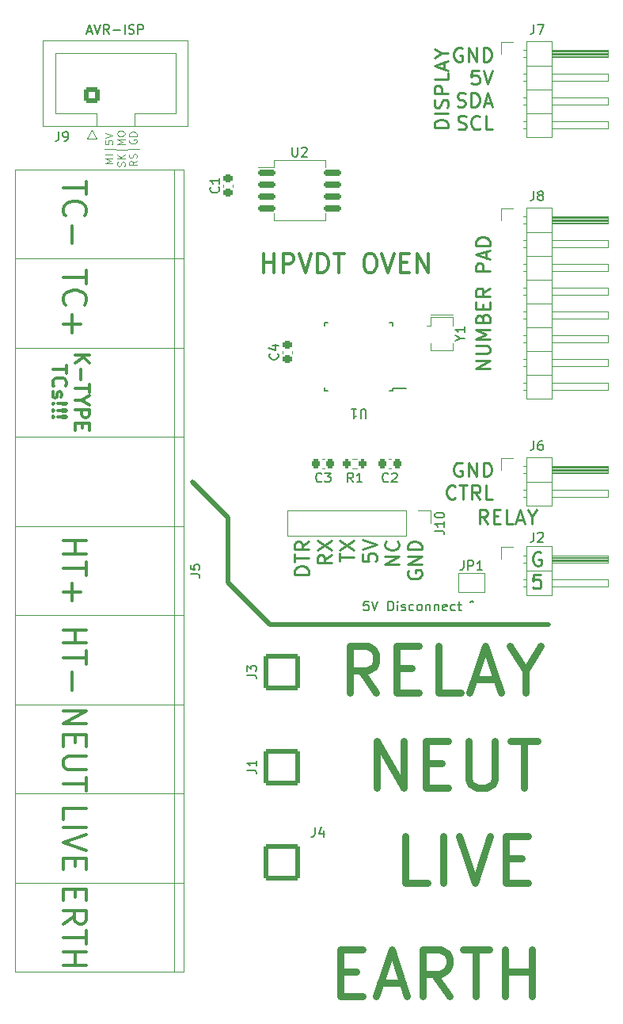
<source format=gto>
G04 #@! TF.GenerationSoftware,KiCad,Pcbnew,6.0.1-79c1e3a40b~116~ubuntu21.04.1*
G04 #@! TF.CreationDate,2022-02-15T15:37:09-05:00*
G04 #@! TF.ProjectId,oven,6f76656e-2e6b-4696-9361-645f70636258,1.0*
G04 #@! TF.SameCoordinates,Original*
G04 #@! TF.FileFunction,Legend,Top*
G04 #@! TF.FilePolarity,Positive*
%FSLAX46Y46*%
G04 Gerber Fmt 4.6, Leading zero omitted, Abs format (unit mm)*
G04 Created by KiCad (PCBNEW 6.0.1-79c1e3a40b~116~ubuntu21.04.1) date 2022-02-15 15:37:09*
%MOMM*%
%LPD*%
G01*
G04 APERTURE LIST*
G04 Aperture macros list*
%AMRoundRect*
0 Rectangle with rounded corners*
0 $1 Rounding radius*
0 $2 $3 $4 $5 $6 $7 $8 $9 X,Y pos of 4 corners*
0 Add a 4 corners polygon primitive as box body*
4,1,4,$2,$3,$4,$5,$6,$7,$8,$9,$2,$3,0*
0 Add four circle primitives for the rounded corners*
1,1,$1+$1,$2,$3*
1,1,$1+$1,$4,$5*
1,1,$1+$1,$6,$7*
1,1,$1+$1,$8,$9*
0 Add four rect primitives between the rounded corners*
20,1,$1+$1,$2,$3,$4,$5,0*
20,1,$1+$1,$4,$5,$6,$7,0*
20,1,$1+$1,$6,$7,$8,$9,0*
20,1,$1+$1,$8,$9,$2,$3,0*%
G04 Aperture macros list end*
%ADD10C,0.300000*%
%ADD11C,0.225000*%
%ADD12C,0.120000*%
%ADD13C,0.150000*%
%ADD14C,0.375000*%
%ADD15C,0.500000*%
%ADD16C,0.750000*%
%ADD17O,1.700000X1.700000*%
%ADD18R,1.700000X1.700000*%
%ADD19R,1.900000X0.400000*%
%ADD20RoundRect,0.150000X-0.800000X-0.150000X0.800000X-0.150000X0.800000X0.150000X-0.800000X0.150000X0*%
%ADD21RoundRect,0.200000X-0.200000X-0.275000X0.200000X-0.275000X0.200000X0.275000X-0.200000X0.275000X0*%
%ADD22R,1.000000X1.500000*%
%ADD23C,1.700000*%
%ADD24RoundRect,0.250000X0.600000X-0.600000X0.600000X0.600000X-0.600000X0.600000X-0.600000X-0.600000X0*%
%ADD25C,3.900000*%
%ADD26RoundRect,0.250002X-1.699998X-1.699998X1.699998X-1.699998X1.699998X1.699998X-1.699998X1.699998X0*%
%ADD27RoundRect,0.250002X1.699998X-1.699998X1.699998X1.699998X-1.699998X1.699998X-1.699998X-1.699998X0*%
%ADD28RoundRect,0.225000X0.250000X-0.225000X0.250000X0.225000X-0.250000X0.225000X-0.250000X-0.225000X0*%
%ADD29RoundRect,0.225000X-0.225000X-0.250000X0.225000X-0.250000X0.225000X0.250000X-0.225000X0.250000X0*%
%ADD30RoundRect,0.225000X0.225000X0.250000X-0.225000X0.250000X-0.225000X-0.250000X0.225000X-0.250000X0*%
%ADD31RoundRect,0.225000X-0.250000X0.225000X-0.250000X-0.225000X0.250000X-0.225000X0.250000X0.225000X0*%
%ADD32C,3.500000*%
%ADD33C,0.800000*%
%ADD34C,7.000000*%
%ADD35C,5.000000*%
%ADD36R,0.550000X1.600000*%
%ADD37R,1.600000X0.550000*%
G04 APERTURE END LIST*
D10*
X78058476Y-82438761D02*
X78058476Y-80438761D01*
X78058476Y-81391142D02*
X79201333Y-81391142D01*
X79201333Y-82438761D02*
X79201333Y-80438761D01*
X80153714Y-82438761D02*
X80153714Y-80438761D01*
X80915619Y-80438761D01*
X81106095Y-80534000D01*
X81201333Y-80629238D01*
X81296571Y-80819714D01*
X81296571Y-81105428D01*
X81201333Y-81295904D01*
X81106095Y-81391142D01*
X80915619Y-81486380D01*
X80153714Y-81486380D01*
X81868000Y-80438761D02*
X82534666Y-82438761D01*
X83201333Y-80438761D01*
X83868000Y-82438761D02*
X83868000Y-80438761D01*
X84344190Y-80438761D01*
X84629904Y-80534000D01*
X84820380Y-80724476D01*
X84915619Y-80914952D01*
X85010857Y-81295904D01*
X85010857Y-81581619D01*
X84915619Y-81962571D01*
X84820380Y-82153047D01*
X84629904Y-82343523D01*
X84344190Y-82438761D01*
X83868000Y-82438761D01*
X85582285Y-80438761D02*
X86725142Y-80438761D01*
X86153714Y-82438761D02*
X86153714Y-80438761D01*
X89296571Y-80438761D02*
X89677523Y-80438761D01*
X89868000Y-80534000D01*
X90058476Y-80724476D01*
X90153714Y-81105428D01*
X90153714Y-81772095D01*
X90058476Y-82153047D01*
X89868000Y-82343523D01*
X89677523Y-82438761D01*
X89296571Y-82438761D01*
X89106095Y-82343523D01*
X88915619Y-82153047D01*
X88820380Y-81772095D01*
X88820380Y-81105428D01*
X88915619Y-80724476D01*
X89106095Y-80534000D01*
X89296571Y-80438761D01*
X90725142Y-80438761D02*
X91391809Y-82438761D01*
X92058476Y-80438761D01*
X92725142Y-81391142D02*
X93391809Y-81391142D01*
X93677523Y-82438761D02*
X92725142Y-82438761D01*
X92725142Y-80438761D01*
X93677523Y-80438761D01*
X94534666Y-82438761D02*
X94534666Y-80438761D01*
X95677523Y-82438761D01*
X95677523Y-80438761D01*
X57932928Y-91285714D02*
X59432928Y-91285714D01*
X57932928Y-92142857D02*
X58790071Y-91500000D01*
X59432928Y-92142857D02*
X58575785Y-91285714D01*
X58504357Y-92785714D02*
X58504357Y-93928571D01*
X59432928Y-94428571D02*
X59432928Y-95285714D01*
X57932928Y-94857142D02*
X59432928Y-94857142D01*
X58647214Y-96071428D02*
X57932928Y-96071428D01*
X59432928Y-95571428D02*
X58647214Y-96071428D01*
X59432928Y-96571428D01*
X57932928Y-97071428D02*
X59432928Y-97071428D01*
X59432928Y-97642857D01*
X59361500Y-97785714D01*
X59290071Y-97857142D01*
X59147214Y-97928571D01*
X58932928Y-97928571D01*
X58790071Y-97857142D01*
X58718642Y-97785714D01*
X58647214Y-97642857D01*
X58647214Y-97071428D01*
X58718642Y-98571428D02*
X58718642Y-99071428D01*
X57932928Y-99285714D02*
X57932928Y-98571428D01*
X59432928Y-98571428D01*
X59432928Y-99285714D01*
X57017928Y-92392857D02*
X57017928Y-93250000D01*
X55517928Y-92821428D02*
X57017928Y-92821428D01*
X55660785Y-94607142D02*
X55589357Y-94535714D01*
X55517928Y-94321428D01*
X55517928Y-94178571D01*
X55589357Y-93964285D01*
X55732214Y-93821428D01*
X55875071Y-93750000D01*
X56160785Y-93678571D01*
X56375071Y-93678571D01*
X56660785Y-93750000D01*
X56803642Y-93821428D01*
X56946500Y-93964285D01*
X57017928Y-94178571D01*
X57017928Y-94321428D01*
X56946500Y-94535714D01*
X56875071Y-94607142D01*
X55589357Y-95178571D02*
X55517928Y-95321428D01*
X55517928Y-95607142D01*
X55589357Y-95750000D01*
X55732214Y-95821428D01*
X55803642Y-95821428D01*
X55946500Y-95750000D01*
X56017928Y-95607142D01*
X56017928Y-95392857D01*
X56089357Y-95250000D01*
X56232214Y-95178571D01*
X56303642Y-95178571D01*
X56446500Y-95250000D01*
X56517928Y-95392857D01*
X56517928Y-95607142D01*
X56446500Y-95750000D01*
X55660785Y-96464285D02*
X55589357Y-96535714D01*
X55517928Y-96464285D01*
X55589357Y-96392857D01*
X55660785Y-96464285D01*
X55517928Y-96464285D01*
X56089357Y-96464285D02*
X56946500Y-96392857D01*
X57017928Y-96464285D01*
X56946500Y-96535714D01*
X56089357Y-96464285D01*
X57017928Y-96464285D01*
X55660785Y-97178571D02*
X55589357Y-97250000D01*
X55517928Y-97178571D01*
X55589357Y-97107142D01*
X55660785Y-97178571D01*
X55517928Y-97178571D01*
X56089357Y-97178571D02*
X56946500Y-97107142D01*
X57017928Y-97178571D01*
X56946500Y-97250000D01*
X56089357Y-97178571D01*
X57017928Y-97178571D01*
X55660785Y-97892857D02*
X55589357Y-97964285D01*
X55517928Y-97892857D01*
X55589357Y-97821428D01*
X55660785Y-97892857D01*
X55517928Y-97892857D01*
X56089357Y-97892857D02*
X56946500Y-97821428D01*
X57017928Y-97892857D01*
X56946500Y-97964285D01*
X56089357Y-97892857D01*
X57017928Y-97892857D01*
D11*
X102032857Y-109263571D02*
X101532857Y-108549285D01*
X101175714Y-109263571D02*
X101175714Y-107763571D01*
X101747142Y-107763571D01*
X101890000Y-107835000D01*
X101961428Y-107906428D01*
X102032857Y-108049285D01*
X102032857Y-108263571D01*
X101961428Y-108406428D01*
X101890000Y-108477857D01*
X101747142Y-108549285D01*
X101175714Y-108549285D01*
X102675714Y-108477857D02*
X103175714Y-108477857D01*
X103390000Y-109263571D02*
X102675714Y-109263571D01*
X102675714Y-107763571D01*
X103390000Y-107763571D01*
X104747142Y-109263571D02*
X104032857Y-109263571D01*
X104032857Y-107763571D01*
X105175714Y-108835000D02*
X105890000Y-108835000D01*
X105032857Y-109263571D02*
X105532857Y-107763571D01*
X106032857Y-109263571D01*
X106818571Y-108549285D02*
X106818571Y-109263571D01*
X106318571Y-107763571D02*
X106818571Y-108549285D01*
X107318571Y-107763571D01*
X102278571Y-92689285D02*
X100778571Y-92689285D01*
X102278571Y-91832142D01*
X100778571Y-91832142D01*
X100778571Y-91117857D02*
X101992857Y-91117857D01*
X102135714Y-91046428D01*
X102207142Y-90975000D01*
X102278571Y-90832142D01*
X102278571Y-90546428D01*
X102207142Y-90403571D01*
X102135714Y-90332142D01*
X101992857Y-90260714D01*
X100778571Y-90260714D01*
X102278571Y-89546428D02*
X100778571Y-89546428D01*
X101850000Y-89046428D01*
X100778571Y-88546428D01*
X102278571Y-88546428D01*
X101492857Y-87332142D02*
X101564285Y-87117857D01*
X101635714Y-87046428D01*
X101778571Y-86975000D01*
X101992857Y-86975000D01*
X102135714Y-87046428D01*
X102207142Y-87117857D01*
X102278571Y-87260714D01*
X102278571Y-87832142D01*
X100778571Y-87832142D01*
X100778571Y-87332142D01*
X100850000Y-87189285D01*
X100921428Y-87117857D01*
X101064285Y-87046428D01*
X101207142Y-87046428D01*
X101350000Y-87117857D01*
X101421428Y-87189285D01*
X101492857Y-87332142D01*
X101492857Y-87832142D01*
X101492857Y-86332142D02*
X101492857Y-85832142D01*
X102278571Y-85617857D02*
X102278571Y-86332142D01*
X100778571Y-86332142D01*
X100778571Y-85617857D01*
X102278571Y-84117857D02*
X101564285Y-84617857D01*
X102278571Y-84975000D02*
X100778571Y-84975000D01*
X100778571Y-84403571D01*
X100850000Y-84260714D01*
X100921428Y-84189285D01*
X101064285Y-84117857D01*
X101278571Y-84117857D01*
X101421428Y-84189285D01*
X101492857Y-84260714D01*
X101564285Y-84403571D01*
X101564285Y-84975000D01*
X102278571Y-82332142D02*
X100778571Y-82332142D01*
X100778571Y-81760714D01*
X100850000Y-81617857D01*
X100921428Y-81546428D01*
X101064285Y-81475000D01*
X101278571Y-81475000D01*
X101421428Y-81546428D01*
X101492857Y-81617857D01*
X101564285Y-81760714D01*
X101564285Y-82332142D01*
X101850000Y-80903571D02*
X101850000Y-80189285D01*
X102278571Y-81046428D02*
X100778571Y-80546428D01*
X102278571Y-80046428D01*
X102278571Y-79546428D02*
X100778571Y-79546428D01*
X100778571Y-79189285D01*
X100850000Y-78975000D01*
X100992857Y-78832142D01*
X101135714Y-78760714D01*
X101421428Y-78689285D01*
X101635714Y-78689285D01*
X101921428Y-78760714D01*
X102064285Y-78832142D01*
X102207142Y-78975000D01*
X102278571Y-79189285D01*
X102278571Y-79546428D01*
X97833571Y-66972142D02*
X96333571Y-66972142D01*
X96333571Y-66615000D01*
X96405000Y-66400714D01*
X96547857Y-66257857D01*
X96690714Y-66186428D01*
X96976428Y-66115000D01*
X97190714Y-66115000D01*
X97476428Y-66186428D01*
X97619285Y-66257857D01*
X97762142Y-66400714D01*
X97833571Y-66615000D01*
X97833571Y-66972142D01*
X97833571Y-65472142D02*
X96333571Y-65472142D01*
X97762142Y-64829285D02*
X97833571Y-64615000D01*
X97833571Y-64257857D01*
X97762142Y-64115000D01*
X97690714Y-64043571D01*
X97547857Y-63972142D01*
X97405000Y-63972142D01*
X97262142Y-64043571D01*
X97190714Y-64115000D01*
X97119285Y-64257857D01*
X97047857Y-64543571D01*
X96976428Y-64686428D01*
X96905000Y-64757857D01*
X96762142Y-64829285D01*
X96619285Y-64829285D01*
X96476428Y-64757857D01*
X96405000Y-64686428D01*
X96333571Y-64543571D01*
X96333571Y-64186428D01*
X96405000Y-63972142D01*
X97833571Y-63329285D02*
X96333571Y-63329285D01*
X96333571Y-62757857D01*
X96405000Y-62615000D01*
X96476428Y-62543571D01*
X96619285Y-62472142D01*
X96833571Y-62472142D01*
X96976428Y-62543571D01*
X97047857Y-62615000D01*
X97119285Y-62757857D01*
X97119285Y-63329285D01*
X97833571Y-61115000D02*
X97833571Y-61829285D01*
X96333571Y-61829285D01*
X97405000Y-60686428D02*
X97405000Y-59972142D01*
X97833571Y-60829285D02*
X96333571Y-60329285D01*
X97833571Y-59829285D01*
X97119285Y-59043571D02*
X97833571Y-59043571D01*
X96333571Y-59543571D02*
X97119285Y-59043571D01*
X96333571Y-58543571D01*
D12*
X61938904Y-70776904D02*
X61138904Y-70776904D01*
X61710333Y-70510238D01*
X61138904Y-70243571D01*
X61938904Y-70243571D01*
X61938904Y-69862619D02*
X61138904Y-69862619D01*
X62205571Y-69291190D02*
X61062714Y-69291190D01*
X61138904Y-68338809D02*
X61138904Y-68719761D01*
X61519857Y-68757857D01*
X61481761Y-68719761D01*
X61443666Y-68643571D01*
X61443666Y-68453095D01*
X61481761Y-68376904D01*
X61519857Y-68338809D01*
X61596047Y-68300714D01*
X61786523Y-68300714D01*
X61862714Y-68338809D01*
X61900809Y-68376904D01*
X61938904Y-68453095D01*
X61938904Y-68643571D01*
X61900809Y-68719761D01*
X61862714Y-68757857D01*
X61138904Y-68072142D02*
X61938904Y-67805476D01*
X61138904Y-67538809D01*
X63188809Y-71100714D02*
X63226904Y-70986428D01*
X63226904Y-70795952D01*
X63188809Y-70719761D01*
X63150714Y-70681666D01*
X63074523Y-70643571D01*
X62998333Y-70643571D01*
X62922142Y-70681666D01*
X62884047Y-70719761D01*
X62845952Y-70795952D01*
X62807857Y-70948333D01*
X62769761Y-71024523D01*
X62731666Y-71062619D01*
X62655476Y-71100714D01*
X62579285Y-71100714D01*
X62503095Y-71062619D01*
X62465000Y-71024523D01*
X62426904Y-70948333D01*
X62426904Y-70757857D01*
X62465000Y-70643571D01*
X63226904Y-70300714D02*
X62426904Y-70300714D01*
X63226904Y-69843571D02*
X62769761Y-70186428D01*
X62426904Y-69843571D02*
X62884047Y-70300714D01*
X63493571Y-69310238D02*
X62350714Y-69310238D01*
X63226904Y-68738809D02*
X62426904Y-68738809D01*
X62998333Y-68472142D01*
X62426904Y-68205476D01*
X63226904Y-68205476D01*
X62426904Y-67672142D02*
X62426904Y-67519761D01*
X62465000Y-67443571D01*
X62541190Y-67367380D01*
X62693571Y-67329285D01*
X62960238Y-67329285D01*
X63112619Y-67367380D01*
X63188809Y-67443571D01*
X63226904Y-67519761D01*
X63226904Y-67672142D01*
X63188809Y-67748333D01*
X63112619Y-67824523D01*
X62960238Y-67862619D01*
X62693571Y-67862619D01*
X62541190Y-67824523D01*
X62465000Y-67748333D01*
X62426904Y-67672142D01*
X64514904Y-70529285D02*
X64133952Y-70795952D01*
X64514904Y-70986428D02*
X63714904Y-70986428D01*
X63714904Y-70681666D01*
X63753000Y-70605476D01*
X63791095Y-70567380D01*
X63867285Y-70529285D01*
X63981571Y-70529285D01*
X64057761Y-70567380D01*
X64095857Y-70605476D01*
X64133952Y-70681666D01*
X64133952Y-70986428D01*
X64476809Y-70224523D02*
X64514904Y-70110238D01*
X64514904Y-69919761D01*
X64476809Y-69843571D01*
X64438714Y-69805476D01*
X64362523Y-69767380D01*
X64286333Y-69767380D01*
X64210142Y-69805476D01*
X64172047Y-69843571D01*
X64133952Y-69919761D01*
X64095857Y-70072142D01*
X64057761Y-70148333D01*
X64019666Y-70186428D01*
X63943476Y-70224523D01*
X63867285Y-70224523D01*
X63791095Y-70186428D01*
X63753000Y-70148333D01*
X63714904Y-70072142D01*
X63714904Y-69881666D01*
X63753000Y-69767380D01*
X64781571Y-69234047D02*
X63638714Y-69234047D01*
X63753000Y-68243571D02*
X63714904Y-68319761D01*
X63714904Y-68434047D01*
X63753000Y-68548333D01*
X63829190Y-68624523D01*
X63905380Y-68662619D01*
X64057761Y-68700714D01*
X64172047Y-68700714D01*
X64324428Y-68662619D01*
X64400619Y-68624523D01*
X64476809Y-68548333D01*
X64514904Y-68434047D01*
X64514904Y-68357857D01*
X64476809Y-68243571D01*
X64438714Y-68205476D01*
X64172047Y-68205476D01*
X64172047Y-68357857D01*
X64514904Y-67862619D02*
X63714904Y-67862619D01*
X63714904Y-67672142D01*
X63753000Y-67557857D01*
X63829190Y-67481666D01*
X63905380Y-67443571D01*
X64057761Y-67405476D01*
X64172047Y-67405476D01*
X64324428Y-67443571D01*
X64400619Y-67481666D01*
X64476809Y-67557857D01*
X64514904Y-67672142D01*
X64514904Y-67862619D01*
D13*
X59230000Y-56681666D02*
X59706190Y-56681666D01*
X59134761Y-56967380D02*
X59468095Y-55967380D01*
X59801428Y-56967380D01*
X59991904Y-55967380D02*
X60325238Y-56967380D01*
X60658571Y-55967380D01*
X61563333Y-56967380D02*
X61230000Y-56491190D01*
X60991904Y-56967380D02*
X60991904Y-55967380D01*
X61372857Y-55967380D01*
X61468095Y-56015000D01*
X61515714Y-56062619D01*
X61563333Y-56157857D01*
X61563333Y-56300714D01*
X61515714Y-56395952D01*
X61468095Y-56443571D01*
X61372857Y-56491190D01*
X60991904Y-56491190D01*
X61991904Y-56586428D02*
X62753809Y-56586428D01*
X63230000Y-56967380D02*
X63230000Y-55967380D01*
X63658571Y-56919761D02*
X63801428Y-56967380D01*
X64039523Y-56967380D01*
X64134761Y-56919761D01*
X64182380Y-56872142D01*
X64230000Y-56776904D01*
X64230000Y-56681666D01*
X64182380Y-56586428D01*
X64134761Y-56538809D01*
X64039523Y-56491190D01*
X63849047Y-56443571D01*
X63753809Y-56395952D01*
X63706190Y-56348333D01*
X63658571Y-56253095D01*
X63658571Y-56157857D01*
X63706190Y-56062619D01*
X63753809Y-56015000D01*
X63849047Y-55967380D01*
X64087142Y-55967380D01*
X64230000Y-56015000D01*
X64658571Y-56967380D02*
X64658571Y-55967380D01*
X65039523Y-55967380D01*
X65134761Y-56015000D01*
X65182380Y-56062619D01*
X65230000Y-56157857D01*
X65230000Y-56300714D01*
X65182380Y-56395952D01*
X65134761Y-56443571D01*
X65039523Y-56491190D01*
X64658571Y-56491190D01*
D11*
X107707857Y-112342500D02*
X107565000Y-112271071D01*
X107350714Y-112271071D01*
X107136428Y-112342500D01*
X106993571Y-112485357D01*
X106922142Y-112628214D01*
X106850714Y-112913928D01*
X106850714Y-113128214D01*
X106922142Y-113413928D01*
X106993571Y-113556785D01*
X107136428Y-113699642D01*
X107350714Y-113771071D01*
X107493571Y-113771071D01*
X107707857Y-113699642D01*
X107779285Y-113628214D01*
X107779285Y-113128214D01*
X107493571Y-113128214D01*
X107672142Y-114686071D02*
X106957857Y-114686071D01*
X106886428Y-115400357D01*
X106957857Y-115328928D01*
X107100714Y-115257500D01*
X107457857Y-115257500D01*
X107600714Y-115328928D01*
X107672142Y-115400357D01*
X107743571Y-115543214D01*
X107743571Y-115900357D01*
X107672142Y-116043214D01*
X107600714Y-116114642D01*
X107457857Y-116186071D01*
X107100714Y-116186071D01*
X106957857Y-116114642D01*
X106886428Y-116043214D01*
X99295178Y-102817500D02*
X99152321Y-102746071D01*
X98938035Y-102746071D01*
X98723750Y-102817500D01*
X98580892Y-102960357D01*
X98509464Y-103103214D01*
X98438035Y-103388928D01*
X98438035Y-103603214D01*
X98509464Y-103888928D01*
X98580892Y-104031785D01*
X98723750Y-104174642D01*
X98938035Y-104246071D01*
X99080892Y-104246071D01*
X99295178Y-104174642D01*
X99366607Y-104103214D01*
X99366607Y-103603214D01*
X99080892Y-103603214D01*
X100009464Y-104246071D02*
X100009464Y-102746071D01*
X100866607Y-104246071D01*
X100866607Y-102746071D01*
X101580892Y-104246071D02*
X101580892Y-102746071D01*
X101938035Y-102746071D01*
X102152321Y-102817500D01*
X102295178Y-102960357D01*
X102366607Y-103103214D01*
X102438035Y-103388928D01*
X102438035Y-103603214D01*
X102366607Y-103888928D01*
X102295178Y-104031785D01*
X102152321Y-104174642D01*
X101938035Y-104246071D01*
X101580892Y-104246071D01*
X98580892Y-106518214D02*
X98509464Y-106589642D01*
X98295178Y-106661071D01*
X98152321Y-106661071D01*
X97938035Y-106589642D01*
X97795178Y-106446785D01*
X97723750Y-106303928D01*
X97652321Y-106018214D01*
X97652321Y-105803928D01*
X97723750Y-105518214D01*
X97795178Y-105375357D01*
X97938035Y-105232500D01*
X98152321Y-105161071D01*
X98295178Y-105161071D01*
X98509464Y-105232500D01*
X98580892Y-105303928D01*
X99009464Y-105161071D02*
X99866607Y-105161071D01*
X99438035Y-106661071D02*
X99438035Y-105161071D01*
X101223750Y-106661071D02*
X100723750Y-105946785D01*
X100366607Y-106661071D02*
X100366607Y-105161071D01*
X100938035Y-105161071D01*
X101080892Y-105232500D01*
X101152321Y-105303928D01*
X101223750Y-105446785D01*
X101223750Y-105661071D01*
X101152321Y-105803928D01*
X101080892Y-105875357D01*
X100938035Y-105946785D01*
X100366607Y-105946785D01*
X102580892Y-106661071D02*
X101866607Y-106661071D01*
X101866607Y-105161071D01*
X99295178Y-58492500D02*
X99152321Y-58421071D01*
X98938035Y-58421071D01*
X98723750Y-58492500D01*
X98580892Y-58635357D01*
X98509464Y-58778214D01*
X98438035Y-59063928D01*
X98438035Y-59278214D01*
X98509464Y-59563928D01*
X98580892Y-59706785D01*
X98723750Y-59849642D01*
X98938035Y-59921071D01*
X99080892Y-59921071D01*
X99295178Y-59849642D01*
X99366607Y-59778214D01*
X99366607Y-59278214D01*
X99080892Y-59278214D01*
X100009464Y-59921071D02*
X100009464Y-58421071D01*
X100866607Y-59921071D01*
X100866607Y-58421071D01*
X101580892Y-59921071D02*
X101580892Y-58421071D01*
X101938035Y-58421071D01*
X102152321Y-58492500D01*
X102295178Y-58635357D01*
X102366607Y-58778214D01*
X102438035Y-59063928D01*
X102438035Y-59278214D01*
X102366607Y-59563928D01*
X102295178Y-59706785D01*
X102152321Y-59849642D01*
X101938035Y-59921071D01*
X101580892Y-59921071D01*
X101080892Y-60836071D02*
X100366607Y-60836071D01*
X100295178Y-61550357D01*
X100366607Y-61478928D01*
X100509464Y-61407500D01*
X100866607Y-61407500D01*
X101009464Y-61478928D01*
X101080892Y-61550357D01*
X101152321Y-61693214D01*
X101152321Y-62050357D01*
X101080892Y-62193214D01*
X101009464Y-62264642D01*
X100866607Y-62336071D01*
X100509464Y-62336071D01*
X100366607Y-62264642D01*
X100295178Y-62193214D01*
X101580892Y-60836071D02*
X102080892Y-62336071D01*
X102580892Y-60836071D01*
X98795178Y-64679642D02*
X99009464Y-64751071D01*
X99366607Y-64751071D01*
X99509464Y-64679642D01*
X99580892Y-64608214D01*
X99652321Y-64465357D01*
X99652321Y-64322500D01*
X99580892Y-64179642D01*
X99509464Y-64108214D01*
X99366607Y-64036785D01*
X99080892Y-63965357D01*
X98938035Y-63893928D01*
X98866607Y-63822500D01*
X98795178Y-63679642D01*
X98795178Y-63536785D01*
X98866607Y-63393928D01*
X98938035Y-63322500D01*
X99080892Y-63251071D01*
X99438035Y-63251071D01*
X99652321Y-63322500D01*
X100295178Y-64751071D02*
X100295178Y-63251071D01*
X100652321Y-63251071D01*
X100866607Y-63322500D01*
X101009464Y-63465357D01*
X101080892Y-63608214D01*
X101152321Y-63893928D01*
X101152321Y-64108214D01*
X101080892Y-64393928D01*
X101009464Y-64536785D01*
X100866607Y-64679642D01*
X100652321Y-64751071D01*
X100295178Y-64751071D01*
X101723750Y-64322500D02*
X102438035Y-64322500D01*
X101580892Y-64751071D02*
X102080892Y-63251071D01*
X102580892Y-64751071D01*
X98866607Y-67094642D02*
X99080892Y-67166071D01*
X99438035Y-67166071D01*
X99580892Y-67094642D01*
X99652321Y-67023214D01*
X99723750Y-66880357D01*
X99723750Y-66737500D01*
X99652321Y-66594642D01*
X99580892Y-66523214D01*
X99438035Y-66451785D01*
X99152321Y-66380357D01*
X99009464Y-66308928D01*
X98938035Y-66237500D01*
X98866607Y-66094642D01*
X98866607Y-65951785D01*
X98938035Y-65808928D01*
X99009464Y-65737500D01*
X99152321Y-65666071D01*
X99509464Y-65666071D01*
X99723750Y-65737500D01*
X101223750Y-67023214D02*
X101152321Y-67094642D01*
X100938035Y-67166071D01*
X100795178Y-67166071D01*
X100580892Y-67094642D01*
X100438035Y-66951785D01*
X100366607Y-66808928D01*
X100295178Y-66523214D01*
X100295178Y-66308928D01*
X100366607Y-66023214D01*
X100438035Y-65880357D01*
X100580892Y-65737500D01*
X100795178Y-65666071D01*
X100938035Y-65666071D01*
X101152321Y-65737500D01*
X101223750Y-65808928D01*
X102580892Y-67166071D02*
X101866607Y-67166071D01*
X101866607Y-65666071D01*
X82906071Y-114675964D02*
X81406071Y-114675964D01*
X81406071Y-114318821D01*
X81477500Y-114104535D01*
X81620357Y-113961678D01*
X81763214Y-113890250D01*
X82048928Y-113818821D01*
X82263214Y-113818821D01*
X82548928Y-113890250D01*
X82691785Y-113961678D01*
X82834642Y-114104535D01*
X82906071Y-114318821D01*
X82906071Y-114675964D01*
X81406071Y-113390250D02*
X81406071Y-112533107D01*
X82906071Y-112961678D02*
X81406071Y-112961678D01*
X82906071Y-111175964D02*
X82191785Y-111675964D01*
X82906071Y-112033107D02*
X81406071Y-112033107D01*
X81406071Y-111461678D01*
X81477500Y-111318821D01*
X81548928Y-111247392D01*
X81691785Y-111175964D01*
X81906071Y-111175964D01*
X82048928Y-111247392D01*
X82120357Y-111318821D01*
X82191785Y-111461678D01*
X82191785Y-112033107D01*
X85321071Y-112604535D02*
X84606785Y-113104535D01*
X85321071Y-113461678D02*
X83821071Y-113461678D01*
X83821071Y-112890250D01*
X83892500Y-112747392D01*
X83963928Y-112675964D01*
X84106785Y-112604535D01*
X84321071Y-112604535D01*
X84463928Y-112675964D01*
X84535357Y-112747392D01*
X84606785Y-112890250D01*
X84606785Y-113461678D01*
X83821071Y-112104535D02*
X85321071Y-111104535D01*
X83821071Y-111104535D02*
X85321071Y-112104535D01*
X86236071Y-113318821D02*
X86236071Y-112461678D01*
X87736071Y-112890250D02*
X86236071Y-112890250D01*
X86236071Y-112104535D02*
X87736071Y-111104535D01*
X86236071Y-111104535D02*
X87736071Y-112104535D01*
X88651071Y-112533107D02*
X88651071Y-113247392D01*
X89365357Y-113318821D01*
X89293928Y-113247392D01*
X89222500Y-113104535D01*
X89222500Y-112747392D01*
X89293928Y-112604535D01*
X89365357Y-112533107D01*
X89508214Y-112461678D01*
X89865357Y-112461678D01*
X90008214Y-112533107D01*
X90079642Y-112604535D01*
X90151071Y-112747392D01*
X90151071Y-113104535D01*
X90079642Y-113247392D01*
X90008214Y-113318821D01*
X88651071Y-112033107D02*
X90151071Y-111533107D01*
X88651071Y-111033107D01*
X92566071Y-113604535D02*
X91066071Y-113604535D01*
X92566071Y-112747392D01*
X91066071Y-112747392D01*
X92423214Y-111175964D02*
X92494642Y-111247392D01*
X92566071Y-111461678D01*
X92566071Y-111604535D01*
X92494642Y-111818821D01*
X92351785Y-111961678D01*
X92208928Y-112033107D01*
X91923214Y-112104535D01*
X91708928Y-112104535D01*
X91423214Y-112033107D01*
X91280357Y-111961678D01*
X91137500Y-111818821D01*
X91066071Y-111604535D01*
X91066071Y-111461678D01*
X91137500Y-111247392D01*
X91208928Y-111175964D01*
X93552500Y-114318821D02*
X93481071Y-114461678D01*
X93481071Y-114675964D01*
X93552500Y-114890250D01*
X93695357Y-115033107D01*
X93838214Y-115104535D01*
X94123928Y-115175964D01*
X94338214Y-115175964D01*
X94623928Y-115104535D01*
X94766785Y-115033107D01*
X94909642Y-114890250D01*
X94981071Y-114675964D01*
X94981071Y-114533107D01*
X94909642Y-114318821D01*
X94838214Y-114247392D01*
X94338214Y-114247392D01*
X94338214Y-114533107D01*
X94981071Y-113604535D02*
X93481071Y-113604535D01*
X94981071Y-112747392D01*
X93481071Y-112747392D01*
X94981071Y-112033107D02*
X93481071Y-112033107D01*
X93481071Y-111675964D01*
X93552500Y-111461678D01*
X93695357Y-111318821D01*
X93838214Y-111247392D01*
X94123928Y-111175964D01*
X94338214Y-111175964D01*
X94623928Y-111247392D01*
X94766785Y-111318821D01*
X94909642Y-111461678D01*
X94981071Y-111675964D01*
X94981071Y-112033107D01*
D13*
X89305476Y-117562380D02*
X88829285Y-117562380D01*
X88781666Y-118038571D01*
X88829285Y-117990952D01*
X88924523Y-117943333D01*
X89162619Y-117943333D01*
X89257857Y-117990952D01*
X89305476Y-118038571D01*
X89353095Y-118133809D01*
X89353095Y-118371904D01*
X89305476Y-118467142D01*
X89257857Y-118514761D01*
X89162619Y-118562380D01*
X88924523Y-118562380D01*
X88829285Y-118514761D01*
X88781666Y-118467142D01*
X89638809Y-117562380D02*
X89972142Y-118562380D01*
X90305476Y-117562380D01*
X91400714Y-118562380D02*
X91400714Y-117562380D01*
X91638809Y-117562380D01*
X91781666Y-117610000D01*
X91876904Y-117705238D01*
X91924523Y-117800476D01*
X91972142Y-117990952D01*
X91972142Y-118133809D01*
X91924523Y-118324285D01*
X91876904Y-118419523D01*
X91781666Y-118514761D01*
X91638809Y-118562380D01*
X91400714Y-118562380D01*
X92400714Y-118562380D02*
X92400714Y-117895714D01*
X92400714Y-117562380D02*
X92353095Y-117610000D01*
X92400714Y-117657619D01*
X92448333Y-117610000D01*
X92400714Y-117562380D01*
X92400714Y-117657619D01*
X92829285Y-118514761D02*
X92924523Y-118562380D01*
X93115000Y-118562380D01*
X93210238Y-118514761D01*
X93257857Y-118419523D01*
X93257857Y-118371904D01*
X93210238Y-118276666D01*
X93115000Y-118229047D01*
X92972142Y-118229047D01*
X92876904Y-118181428D01*
X92829285Y-118086190D01*
X92829285Y-118038571D01*
X92876904Y-117943333D01*
X92972142Y-117895714D01*
X93115000Y-117895714D01*
X93210238Y-117943333D01*
X94115000Y-118514761D02*
X94019761Y-118562380D01*
X93829285Y-118562380D01*
X93734047Y-118514761D01*
X93686428Y-118467142D01*
X93638809Y-118371904D01*
X93638809Y-118086190D01*
X93686428Y-117990952D01*
X93734047Y-117943333D01*
X93829285Y-117895714D01*
X94019761Y-117895714D01*
X94115000Y-117943333D01*
X94686428Y-118562380D02*
X94591190Y-118514761D01*
X94543571Y-118467142D01*
X94495952Y-118371904D01*
X94495952Y-118086190D01*
X94543571Y-117990952D01*
X94591190Y-117943333D01*
X94686428Y-117895714D01*
X94829285Y-117895714D01*
X94924523Y-117943333D01*
X94972142Y-117990952D01*
X95019761Y-118086190D01*
X95019761Y-118371904D01*
X94972142Y-118467142D01*
X94924523Y-118514761D01*
X94829285Y-118562380D01*
X94686428Y-118562380D01*
X95448333Y-117895714D02*
X95448333Y-118562380D01*
X95448333Y-117990952D02*
X95495952Y-117943333D01*
X95591190Y-117895714D01*
X95734047Y-117895714D01*
X95829285Y-117943333D01*
X95876904Y-118038571D01*
X95876904Y-118562380D01*
X96353095Y-117895714D02*
X96353095Y-118562380D01*
X96353095Y-117990952D02*
X96400714Y-117943333D01*
X96495952Y-117895714D01*
X96638809Y-117895714D01*
X96734047Y-117943333D01*
X96781666Y-118038571D01*
X96781666Y-118562380D01*
X97638809Y-118514761D02*
X97543571Y-118562380D01*
X97353095Y-118562380D01*
X97257857Y-118514761D01*
X97210238Y-118419523D01*
X97210238Y-118038571D01*
X97257857Y-117943333D01*
X97353095Y-117895714D01*
X97543571Y-117895714D01*
X97638809Y-117943333D01*
X97686428Y-118038571D01*
X97686428Y-118133809D01*
X97210238Y-118229047D01*
X98543571Y-118514761D02*
X98448333Y-118562380D01*
X98257857Y-118562380D01*
X98162619Y-118514761D01*
X98115000Y-118467142D01*
X98067380Y-118371904D01*
X98067380Y-118086190D01*
X98115000Y-117990952D01*
X98162619Y-117943333D01*
X98257857Y-117895714D01*
X98448333Y-117895714D01*
X98543571Y-117943333D01*
X98829285Y-117895714D02*
X99210238Y-117895714D01*
X98972142Y-117562380D02*
X98972142Y-118419523D01*
X99019761Y-118514761D01*
X99115000Y-118562380D01*
X99210238Y-118562380D01*
X100162619Y-117657619D02*
X100353095Y-117514761D01*
X100543571Y-117657619D01*
D14*
X59154047Y-82213095D02*
X59154047Y-83641666D01*
X56654047Y-82927380D02*
X59154047Y-82927380D01*
X56892142Y-85903571D02*
X56773095Y-85784523D01*
X56654047Y-85427380D01*
X56654047Y-85189285D01*
X56773095Y-84832142D01*
X57011190Y-84594047D01*
X57249285Y-84475000D01*
X57725476Y-84355952D01*
X58082619Y-84355952D01*
X58558809Y-84475000D01*
X58796904Y-84594047D01*
X59035000Y-84832142D01*
X59154047Y-85189285D01*
X59154047Y-85427380D01*
X59035000Y-85784523D01*
X58915952Y-85903571D01*
X57606428Y-86975000D02*
X57606428Y-88879761D01*
X56654047Y-87927380D02*
X58558809Y-87927380D01*
X59154047Y-72688095D02*
X59154047Y-74116666D01*
X56654047Y-73402380D02*
X59154047Y-73402380D01*
X56892142Y-76378571D02*
X56773095Y-76259523D01*
X56654047Y-75902380D01*
X56654047Y-75664285D01*
X56773095Y-75307142D01*
X57011190Y-75069047D01*
X57249285Y-74950000D01*
X57725476Y-74830952D01*
X58082619Y-74830952D01*
X58558809Y-74950000D01*
X58796904Y-75069047D01*
X59035000Y-75307142D01*
X59154047Y-75664285D01*
X59154047Y-75902380D01*
X59035000Y-76259523D01*
X58915952Y-76378571D01*
X57606428Y-77450000D02*
X57606428Y-79354761D01*
X56654047Y-111085714D02*
X59154047Y-111085714D01*
X57963571Y-111085714D02*
X57963571Y-112514285D01*
X56654047Y-112514285D02*
X59154047Y-112514285D01*
X59154047Y-113347619D02*
X59154047Y-114776190D01*
X56654047Y-114061904D02*
X59154047Y-114061904D01*
X57606428Y-115609523D02*
X57606428Y-117514285D01*
X56654047Y-116561904D02*
X58558809Y-116561904D01*
X56654047Y-120610714D02*
X59154047Y-120610714D01*
X57963571Y-120610714D02*
X57963571Y-122039285D01*
X56654047Y-122039285D02*
X59154047Y-122039285D01*
X59154047Y-122872619D02*
X59154047Y-124301190D01*
X56654047Y-123586904D02*
X59154047Y-123586904D01*
X57606428Y-125134523D02*
X57606428Y-127039285D01*
X56654047Y-129242857D02*
X59154047Y-129242857D01*
X56654047Y-130671428D01*
X59154047Y-130671428D01*
X57963571Y-131861904D02*
X57963571Y-132695238D01*
X56654047Y-133052380D02*
X56654047Y-131861904D01*
X59154047Y-131861904D01*
X59154047Y-133052380D01*
X59154047Y-134123809D02*
X57130238Y-134123809D01*
X56892142Y-134242857D01*
X56773095Y-134361904D01*
X56654047Y-134600000D01*
X56654047Y-135076190D01*
X56773095Y-135314285D01*
X56892142Y-135433333D01*
X57130238Y-135552380D01*
X59154047Y-135552380D01*
X59154047Y-136385714D02*
X59154047Y-137814285D01*
X56654047Y-137100000D02*
X59154047Y-137100000D01*
X56654047Y-140851190D02*
X56654047Y-139660714D01*
X59154047Y-139660714D01*
X56654047Y-141684523D02*
X59154047Y-141684523D01*
X59154047Y-142517857D02*
X56654047Y-143351190D01*
X59154047Y-144184523D01*
X57963571Y-145017857D02*
X57963571Y-145851190D01*
X56654047Y-146208333D02*
X56654047Y-145017857D01*
X59154047Y-145017857D01*
X59154047Y-146208333D01*
X57963571Y-148352380D02*
X57963571Y-149185714D01*
X56654047Y-149542857D02*
X56654047Y-148352380D01*
X59154047Y-148352380D01*
X59154047Y-149542857D01*
X56654047Y-152042857D02*
X57844523Y-151209523D01*
X56654047Y-150614285D02*
X59154047Y-150614285D01*
X59154047Y-151566666D01*
X59035000Y-151804761D01*
X58915952Y-151923809D01*
X58677857Y-152042857D01*
X58320714Y-152042857D01*
X58082619Y-151923809D01*
X57963571Y-151804761D01*
X57844523Y-151566666D01*
X57844523Y-150614285D01*
X59154047Y-152757142D02*
X59154047Y-154185714D01*
X56654047Y-153471428D02*
X59154047Y-153471428D01*
X56654047Y-155019047D02*
X59154047Y-155019047D01*
X57963571Y-155019047D02*
X57963571Y-156447619D01*
X56654047Y-156447619D02*
X59154047Y-156447619D01*
D15*
X78740000Y-120015000D02*
X108585000Y-120015000D01*
X74295000Y-115570000D02*
X78740000Y-120015000D01*
X74295000Y-108585000D02*
X74295000Y-115570000D01*
X70485000Y-104775000D02*
X74295000Y-108585000D01*
D16*
X86281904Y-157122857D02*
X87948571Y-157122857D01*
X88662857Y-159741904D02*
X86281904Y-159741904D01*
X86281904Y-154741904D01*
X88662857Y-154741904D01*
X90567619Y-158313333D02*
X92948571Y-158313333D01*
X90091428Y-159741904D02*
X91758095Y-154741904D01*
X93424761Y-159741904D01*
X97948571Y-159741904D02*
X96281904Y-157360952D01*
X95091428Y-159741904D02*
X95091428Y-154741904D01*
X96996190Y-154741904D01*
X97472380Y-154980000D01*
X97710476Y-155218095D01*
X97948571Y-155694285D01*
X97948571Y-156408571D01*
X97710476Y-156884761D01*
X97472380Y-157122857D01*
X96996190Y-157360952D01*
X95091428Y-157360952D01*
X99377142Y-154741904D02*
X102234285Y-154741904D01*
X100805714Y-159741904D02*
X100805714Y-154741904D01*
X103900952Y-159741904D02*
X103900952Y-154741904D01*
X103900952Y-157122857D02*
X106758095Y-157122857D01*
X106758095Y-159741904D02*
X106758095Y-154741904D01*
X90131190Y-127356904D02*
X88464523Y-124975952D01*
X87274047Y-127356904D02*
X87274047Y-122356904D01*
X89178809Y-122356904D01*
X89655000Y-122595000D01*
X89893095Y-122833095D01*
X90131190Y-123309285D01*
X90131190Y-124023571D01*
X89893095Y-124499761D01*
X89655000Y-124737857D01*
X89178809Y-124975952D01*
X87274047Y-124975952D01*
X92274047Y-124737857D02*
X93940714Y-124737857D01*
X94655000Y-127356904D02*
X92274047Y-127356904D01*
X92274047Y-122356904D01*
X94655000Y-122356904D01*
X99178809Y-127356904D02*
X96797857Y-127356904D01*
X96797857Y-122356904D01*
X100607380Y-125928333D02*
X102988333Y-125928333D01*
X100131190Y-127356904D02*
X101797857Y-122356904D01*
X103464523Y-127356904D01*
X106083571Y-124975952D02*
X106083571Y-127356904D01*
X104416904Y-122356904D02*
X106083571Y-124975952D01*
X107750238Y-122356904D01*
X90210714Y-137516904D02*
X90210714Y-132516904D01*
X93067857Y-137516904D01*
X93067857Y-132516904D01*
X95448809Y-134897857D02*
X97115476Y-134897857D01*
X97829761Y-137516904D02*
X95448809Y-137516904D01*
X95448809Y-132516904D01*
X97829761Y-132516904D01*
X99972619Y-132516904D02*
X99972619Y-136564523D01*
X100210714Y-137040714D01*
X100448809Y-137278809D01*
X100925000Y-137516904D01*
X101877380Y-137516904D01*
X102353571Y-137278809D01*
X102591666Y-137040714D01*
X102829761Y-136564523D01*
X102829761Y-132516904D01*
X104496428Y-132516904D02*
X107353571Y-132516904D01*
X105925000Y-137516904D02*
X105925000Y-132516904D01*
X95647380Y-147676904D02*
X93266428Y-147676904D01*
X93266428Y-142676904D01*
X97314047Y-147676904D02*
X97314047Y-142676904D01*
X98980714Y-142676904D02*
X100647380Y-147676904D01*
X102314047Y-142676904D01*
X103980714Y-145057857D02*
X105647380Y-145057857D01*
X106361666Y-147676904D02*
X103980714Y-147676904D01*
X103980714Y-142676904D01*
X106361666Y-142676904D01*
D13*
X106981666Y-100417380D02*
X106981666Y-101131666D01*
X106934047Y-101274523D01*
X106838809Y-101369761D01*
X106695952Y-101417380D01*
X106600714Y-101417380D01*
X107886428Y-100417380D02*
X107695952Y-100417380D01*
X107600714Y-100465000D01*
X107553095Y-100512619D01*
X107457857Y-100655476D01*
X107410238Y-100845952D01*
X107410238Y-101226904D01*
X107457857Y-101322142D01*
X107505476Y-101369761D01*
X107600714Y-101417380D01*
X107791190Y-101417380D01*
X107886428Y-101369761D01*
X107934047Y-101322142D01*
X107981666Y-101226904D01*
X107981666Y-100988809D01*
X107934047Y-100893571D01*
X107886428Y-100845952D01*
X107791190Y-100798333D01*
X107600714Y-100798333D01*
X107505476Y-100845952D01*
X107457857Y-100893571D01*
X107410238Y-100988809D01*
X106981666Y-110212380D02*
X106981666Y-110926666D01*
X106934047Y-111069523D01*
X106838809Y-111164761D01*
X106695952Y-111212380D01*
X106600714Y-111212380D01*
X107410238Y-110307619D02*
X107457857Y-110260000D01*
X107553095Y-110212380D01*
X107791190Y-110212380D01*
X107886428Y-110260000D01*
X107934047Y-110307619D01*
X107981666Y-110402857D01*
X107981666Y-110498095D01*
X107934047Y-110640952D01*
X107362619Y-111212380D01*
X107981666Y-111212380D01*
X106981666Y-73747380D02*
X106981666Y-74461666D01*
X106934047Y-74604523D01*
X106838809Y-74699761D01*
X106695952Y-74747380D01*
X106600714Y-74747380D01*
X107600714Y-74175952D02*
X107505476Y-74128333D01*
X107457857Y-74080714D01*
X107410238Y-73985476D01*
X107410238Y-73937857D01*
X107457857Y-73842619D01*
X107505476Y-73795000D01*
X107600714Y-73747380D01*
X107791190Y-73747380D01*
X107886428Y-73795000D01*
X107934047Y-73842619D01*
X107981666Y-73937857D01*
X107981666Y-73985476D01*
X107934047Y-74080714D01*
X107886428Y-74128333D01*
X107791190Y-74175952D01*
X107600714Y-74175952D01*
X107505476Y-74223571D01*
X107457857Y-74271190D01*
X107410238Y-74366428D01*
X107410238Y-74556904D01*
X107457857Y-74652142D01*
X107505476Y-74699761D01*
X107600714Y-74747380D01*
X107791190Y-74747380D01*
X107886428Y-74699761D01*
X107934047Y-74652142D01*
X107981666Y-74556904D01*
X107981666Y-74366428D01*
X107934047Y-74271190D01*
X107886428Y-74223571D01*
X107791190Y-74175952D01*
X99131190Y-89446190D02*
X99607380Y-89446190D01*
X98607380Y-89779523D02*
X99131190Y-89446190D01*
X98607380Y-89112857D01*
X99607380Y-88255714D02*
X99607380Y-88827142D01*
X99607380Y-88541428D02*
X98607380Y-88541428D01*
X98750238Y-88636666D01*
X98845476Y-88731904D01*
X98893095Y-88827142D01*
X81153095Y-69062380D02*
X81153095Y-69871904D01*
X81200714Y-69967142D01*
X81248333Y-70014761D01*
X81343571Y-70062380D01*
X81534047Y-70062380D01*
X81629285Y-70014761D01*
X81676904Y-69967142D01*
X81724523Y-69871904D01*
X81724523Y-69062380D01*
X82153095Y-69157619D02*
X82200714Y-69110000D01*
X82295952Y-69062380D01*
X82534047Y-69062380D01*
X82629285Y-69110000D01*
X82676904Y-69157619D01*
X82724523Y-69252857D01*
X82724523Y-69348095D01*
X82676904Y-69490952D01*
X82105476Y-70062380D01*
X82724523Y-70062380D01*
X87653333Y-104846380D02*
X87320000Y-104370190D01*
X87081904Y-104846380D02*
X87081904Y-103846380D01*
X87462857Y-103846380D01*
X87558095Y-103894000D01*
X87605714Y-103941619D01*
X87653333Y-104036857D01*
X87653333Y-104179714D01*
X87605714Y-104274952D01*
X87558095Y-104322571D01*
X87462857Y-104370190D01*
X87081904Y-104370190D01*
X88605714Y-104846380D02*
X88034285Y-104846380D01*
X88320000Y-104846380D02*
X88320000Y-103846380D01*
X88224761Y-103989238D01*
X88129523Y-104084476D01*
X88034285Y-104132095D01*
X99481666Y-113222380D02*
X99481666Y-113936666D01*
X99434047Y-114079523D01*
X99338809Y-114174761D01*
X99195952Y-114222380D01*
X99100714Y-114222380D01*
X99957857Y-114222380D02*
X99957857Y-113222380D01*
X100338809Y-113222380D01*
X100434047Y-113270000D01*
X100481666Y-113317619D01*
X100529285Y-113412857D01*
X100529285Y-113555714D01*
X100481666Y-113650952D01*
X100434047Y-113698571D01*
X100338809Y-113746190D01*
X99957857Y-113746190D01*
X101481666Y-114222380D02*
X100910238Y-114222380D01*
X101195952Y-114222380D02*
X101195952Y-113222380D01*
X101100714Y-113365238D01*
X101005476Y-113460476D01*
X100910238Y-113508095D01*
X96397380Y-110029523D02*
X97111666Y-110029523D01*
X97254523Y-110077142D01*
X97349761Y-110172380D01*
X97397380Y-110315238D01*
X97397380Y-110410476D01*
X97397380Y-109029523D02*
X97397380Y-109600952D01*
X97397380Y-109315238D02*
X96397380Y-109315238D01*
X96540238Y-109410476D01*
X96635476Y-109505714D01*
X96683095Y-109600952D01*
X96397380Y-108410476D02*
X96397380Y-108315238D01*
X96445000Y-108220000D01*
X96492619Y-108172380D01*
X96587857Y-108124761D01*
X96778333Y-108077142D01*
X97016428Y-108077142D01*
X97206904Y-108124761D01*
X97302142Y-108172380D01*
X97349761Y-108220000D01*
X97397380Y-108315238D01*
X97397380Y-108410476D01*
X97349761Y-108505714D01*
X97302142Y-108553333D01*
X97206904Y-108600952D01*
X97016428Y-108648571D01*
X96778333Y-108648571D01*
X96587857Y-108600952D01*
X96492619Y-108553333D01*
X96445000Y-108505714D01*
X96397380Y-108410476D01*
X56181666Y-67397380D02*
X56181666Y-68111666D01*
X56134047Y-68254523D01*
X56038809Y-68349761D01*
X55895952Y-68397380D01*
X55800714Y-68397380D01*
X56705476Y-68397380D02*
X56895952Y-68397380D01*
X56991190Y-68349761D01*
X57038809Y-68302142D01*
X57134047Y-68159285D01*
X57181666Y-67968809D01*
X57181666Y-67587857D01*
X57134047Y-67492619D01*
X57086428Y-67445000D01*
X56991190Y-67397380D01*
X56800714Y-67397380D01*
X56705476Y-67445000D01*
X56657857Y-67492619D01*
X56610238Y-67587857D01*
X56610238Y-67825952D01*
X56657857Y-67921190D01*
X56705476Y-67968809D01*
X56800714Y-68016428D01*
X56991190Y-68016428D01*
X57086428Y-67968809D01*
X57134047Y-67921190D01*
X57181666Y-67825952D01*
X106981666Y-55967380D02*
X106981666Y-56681666D01*
X106934047Y-56824523D01*
X106838809Y-56919761D01*
X106695952Y-56967380D01*
X106600714Y-56967380D01*
X107362619Y-55967380D02*
X108029285Y-55967380D01*
X107600714Y-56967380D01*
X83576666Y-141717380D02*
X83576666Y-142431666D01*
X83529047Y-142574523D01*
X83433809Y-142669761D01*
X83290952Y-142717380D01*
X83195714Y-142717380D01*
X84481428Y-142050714D02*
X84481428Y-142717380D01*
X84243333Y-141669761D02*
X84005238Y-142384047D01*
X84624285Y-142384047D01*
X76312380Y-125428333D02*
X77026666Y-125428333D01*
X77169523Y-125475952D01*
X77264761Y-125571190D01*
X77312380Y-125714047D01*
X77312380Y-125809285D01*
X76312380Y-125047380D02*
X76312380Y-124428333D01*
X76693333Y-124761666D01*
X76693333Y-124618809D01*
X76740952Y-124523571D01*
X76788571Y-124475952D01*
X76883809Y-124428333D01*
X77121904Y-124428333D01*
X77217142Y-124475952D01*
X77264761Y-124523571D01*
X77312380Y-124618809D01*
X77312380Y-124904523D01*
X77264761Y-124999761D01*
X77217142Y-125047380D01*
X76312380Y-135588333D02*
X77026666Y-135588333D01*
X77169523Y-135635952D01*
X77264761Y-135731190D01*
X77312380Y-135874047D01*
X77312380Y-135969285D01*
X77312380Y-134588333D02*
X77312380Y-135159761D01*
X77312380Y-134874047D02*
X76312380Y-134874047D01*
X76455238Y-134969285D01*
X76550476Y-135064523D01*
X76598095Y-135159761D01*
X79572142Y-91111666D02*
X79619761Y-91159285D01*
X79667380Y-91302142D01*
X79667380Y-91397380D01*
X79619761Y-91540238D01*
X79524523Y-91635476D01*
X79429285Y-91683095D01*
X79238809Y-91730714D01*
X79095952Y-91730714D01*
X78905476Y-91683095D01*
X78810238Y-91635476D01*
X78715000Y-91540238D01*
X78667380Y-91397380D01*
X78667380Y-91302142D01*
X78715000Y-91159285D01*
X78762619Y-91111666D01*
X79000714Y-90254523D02*
X79667380Y-90254523D01*
X78619761Y-90492619D02*
X79334047Y-90730714D01*
X79334047Y-90111666D01*
X84288333Y-104751142D02*
X84240714Y-104798761D01*
X84097857Y-104846380D01*
X84002619Y-104846380D01*
X83859761Y-104798761D01*
X83764523Y-104703523D01*
X83716904Y-104608285D01*
X83669285Y-104417809D01*
X83669285Y-104274952D01*
X83716904Y-104084476D01*
X83764523Y-103989238D01*
X83859761Y-103894000D01*
X84002619Y-103846380D01*
X84097857Y-103846380D01*
X84240714Y-103894000D01*
X84288333Y-103941619D01*
X84621666Y-103846380D02*
X85240714Y-103846380D01*
X84907380Y-104227333D01*
X85050238Y-104227333D01*
X85145476Y-104274952D01*
X85193095Y-104322571D01*
X85240714Y-104417809D01*
X85240714Y-104655904D01*
X85193095Y-104751142D01*
X85145476Y-104798761D01*
X85050238Y-104846380D01*
X84764523Y-104846380D01*
X84669285Y-104798761D01*
X84621666Y-104751142D01*
X91413333Y-104751142D02*
X91365714Y-104798761D01*
X91222857Y-104846380D01*
X91127619Y-104846380D01*
X90984761Y-104798761D01*
X90889523Y-104703523D01*
X90841904Y-104608285D01*
X90794285Y-104417809D01*
X90794285Y-104274952D01*
X90841904Y-104084476D01*
X90889523Y-103989238D01*
X90984761Y-103894000D01*
X91127619Y-103846380D01*
X91222857Y-103846380D01*
X91365714Y-103894000D01*
X91413333Y-103941619D01*
X91794285Y-103941619D02*
X91841904Y-103894000D01*
X91937142Y-103846380D01*
X92175238Y-103846380D01*
X92270476Y-103894000D01*
X92318095Y-103941619D01*
X92365714Y-104036857D01*
X92365714Y-104132095D01*
X92318095Y-104274952D01*
X91746666Y-104846380D01*
X92365714Y-104846380D01*
X73255142Y-73318666D02*
X73302761Y-73366285D01*
X73350380Y-73509142D01*
X73350380Y-73604380D01*
X73302761Y-73747238D01*
X73207523Y-73842476D01*
X73112285Y-73890095D01*
X72921809Y-73937714D01*
X72778952Y-73937714D01*
X72588476Y-73890095D01*
X72493238Y-73842476D01*
X72398000Y-73747238D01*
X72350380Y-73604380D01*
X72350380Y-73509142D01*
X72398000Y-73366285D01*
X72445619Y-73318666D01*
X73350380Y-72366285D02*
X73350380Y-72937714D01*
X73350380Y-72652000D02*
X72350380Y-72652000D01*
X72493238Y-72747238D01*
X72588476Y-72842476D01*
X72636095Y-72937714D01*
X70254880Y-114633333D02*
X70969166Y-114633333D01*
X71112023Y-114680952D01*
X71207261Y-114776190D01*
X71254880Y-114919047D01*
X71254880Y-115014285D01*
X70254880Y-113680952D02*
X70254880Y-114157142D01*
X70731071Y-114204761D01*
X70683452Y-114157142D01*
X70635833Y-114061904D01*
X70635833Y-113823809D01*
X70683452Y-113728571D01*
X70731071Y-113680952D01*
X70826309Y-113633333D01*
X71064404Y-113633333D01*
X71159642Y-113680952D01*
X71207261Y-113728571D01*
X71254880Y-113823809D01*
X71254880Y-114061904D01*
X71207261Y-114157142D01*
X71159642Y-114204761D01*
X89026904Y-98037619D02*
X89026904Y-97228095D01*
X88979285Y-97132857D01*
X88931666Y-97085238D01*
X88836428Y-97037619D01*
X88645952Y-97037619D01*
X88550714Y-97085238D01*
X88503095Y-97132857D01*
X88455476Y-97228095D01*
X88455476Y-98037619D01*
X87455476Y-97037619D02*
X88026904Y-97037619D01*
X87741190Y-97037619D02*
X87741190Y-98037619D01*
X87836428Y-97894761D01*
X87931666Y-97799523D01*
X88026904Y-97751904D01*
D12*
X103505000Y-102235000D02*
X104775000Y-102235000D01*
X103505000Y-103505000D02*
X103505000Y-102235000D01*
X105817929Y-106425000D02*
X106215000Y-106425000D01*
X105817929Y-105665000D02*
X106215000Y-105665000D01*
X114875000Y-106425000D02*
X108875000Y-106425000D01*
X114875000Y-105665000D02*
X114875000Y-106425000D01*
X108875000Y-105665000D02*
X114875000Y-105665000D01*
X106215000Y-104775000D02*
X108875000Y-104775000D01*
X105885000Y-103885000D02*
X106215000Y-103885000D01*
X105885000Y-103125000D02*
X106215000Y-103125000D01*
X108875000Y-103785000D02*
X114875000Y-103785000D01*
X108875000Y-103665000D02*
X114875000Y-103665000D01*
X108875000Y-103545000D02*
X114875000Y-103545000D01*
X108875000Y-103425000D02*
X114875000Y-103425000D01*
X108875000Y-103305000D02*
X114875000Y-103305000D01*
X108875000Y-103185000D02*
X114875000Y-103185000D01*
X114875000Y-103885000D02*
X108875000Y-103885000D01*
X114875000Y-103125000D02*
X114875000Y-103885000D01*
X108875000Y-103125000D02*
X114875000Y-103125000D01*
X108875000Y-102175000D02*
X106215000Y-102175000D01*
X108875000Y-107375000D02*
X108875000Y-102175000D01*
X106215000Y-107375000D02*
X108875000Y-107375000D01*
X106215000Y-102175000D02*
X106215000Y-107375000D01*
X103505000Y-111760000D02*
X104775000Y-111760000D01*
X103505000Y-113030000D02*
X103505000Y-111760000D01*
X105817929Y-115950000D02*
X106215000Y-115950000D01*
X105817929Y-115190000D02*
X106215000Y-115190000D01*
X114875000Y-115950000D02*
X108875000Y-115950000D01*
X114875000Y-115190000D02*
X114875000Y-115950000D01*
X108875000Y-115190000D02*
X114875000Y-115190000D01*
X106215000Y-114300000D02*
X108875000Y-114300000D01*
X105885000Y-113410000D02*
X106215000Y-113410000D01*
X105885000Y-112650000D02*
X106215000Y-112650000D01*
X108875000Y-113310000D02*
X114875000Y-113310000D01*
X108875000Y-113190000D02*
X114875000Y-113190000D01*
X108875000Y-113070000D02*
X114875000Y-113070000D01*
X108875000Y-112950000D02*
X114875000Y-112950000D01*
X108875000Y-112830000D02*
X114875000Y-112830000D01*
X108875000Y-112710000D02*
X114875000Y-112710000D01*
X114875000Y-113410000D02*
X108875000Y-113410000D01*
X114875000Y-112650000D02*
X114875000Y-113410000D01*
X108875000Y-112650000D02*
X114875000Y-112650000D01*
X108875000Y-111700000D02*
X106215000Y-111700000D01*
X108875000Y-116900000D02*
X108875000Y-111700000D01*
X106215000Y-116900000D02*
X108875000Y-116900000D01*
X106215000Y-111700000D02*
X106215000Y-116900000D01*
X103505000Y-75565000D02*
X104775000Y-75565000D01*
X103505000Y-76835000D02*
X103505000Y-75565000D01*
X105817929Y-94995000D02*
X106215000Y-94995000D01*
X105817929Y-94235000D02*
X106215000Y-94235000D01*
X114875000Y-94995000D02*
X108875000Y-94995000D01*
X114875000Y-94235000D02*
X114875000Y-94995000D01*
X108875000Y-94235000D02*
X114875000Y-94235000D01*
X106215000Y-93345000D02*
X108875000Y-93345000D01*
X105817929Y-92455000D02*
X106215000Y-92455000D01*
X105817929Y-91695000D02*
X106215000Y-91695000D01*
X114875000Y-92455000D02*
X108875000Y-92455000D01*
X114875000Y-91695000D02*
X114875000Y-92455000D01*
X108875000Y-91695000D02*
X114875000Y-91695000D01*
X106215000Y-90805000D02*
X108875000Y-90805000D01*
X105817929Y-89915000D02*
X106215000Y-89915000D01*
X105817929Y-89155000D02*
X106215000Y-89155000D01*
X114875000Y-89915000D02*
X108875000Y-89915000D01*
X114875000Y-89155000D02*
X114875000Y-89915000D01*
X108875000Y-89155000D02*
X114875000Y-89155000D01*
X106215000Y-88265000D02*
X108875000Y-88265000D01*
X105817929Y-87375000D02*
X106215000Y-87375000D01*
X105817929Y-86615000D02*
X106215000Y-86615000D01*
X114875000Y-87375000D02*
X108875000Y-87375000D01*
X114875000Y-86615000D02*
X114875000Y-87375000D01*
X108875000Y-86615000D02*
X114875000Y-86615000D01*
X106215000Y-85725000D02*
X108875000Y-85725000D01*
X105817929Y-84835000D02*
X106215000Y-84835000D01*
X105817929Y-84075000D02*
X106215000Y-84075000D01*
X114875000Y-84835000D02*
X108875000Y-84835000D01*
X114875000Y-84075000D02*
X114875000Y-84835000D01*
X108875000Y-84075000D02*
X114875000Y-84075000D01*
X106215000Y-83185000D02*
X108875000Y-83185000D01*
X105817929Y-82295000D02*
X106215000Y-82295000D01*
X105817929Y-81535000D02*
X106215000Y-81535000D01*
X114875000Y-82295000D02*
X108875000Y-82295000D01*
X114875000Y-81535000D02*
X114875000Y-82295000D01*
X108875000Y-81535000D02*
X114875000Y-81535000D01*
X106215000Y-80645000D02*
X108875000Y-80645000D01*
X105817929Y-79755000D02*
X106215000Y-79755000D01*
X105817929Y-78995000D02*
X106215000Y-78995000D01*
X114875000Y-79755000D02*
X108875000Y-79755000D01*
X114875000Y-78995000D02*
X114875000Y-79755000D01*
X108875000Y-78995000D02*
X114875000Y-78995000D01*
X106215000Y-78105000D02*
X108875000Y-78105000D01*
X105885000Y-77215000D02*
X106215000Y-77215000D01*
X105885000Y-76455000D02*
X106215000Y-76455000D01*
X108875000Y-77115000D02*
X114875000Y-77115000D01*
X108875000Y-76995000D02*
X114875000Y-76995000D01*
X108875000Y-76875000D02*
X114875000Y-76875000D01*
X108875000Y-76755000D02*
X114875000Y-76755000D01*
X108875000Y-76635000D02*
X114875000Y-76635000D01*
X108875000Y-76515000D02*
X114875000Y-76515000D01*
X114875000Y-77215000D02*
X108875000Y-77215000D01*
X114875000Y-76455000D02*
X114875000Y-77215000D01*
X108875000Y-76455000D02*
X114875000Y-76455000D01*
X108875000Y-75505000D02*
X106215000Y-75505000D01*
X108875000Y-95945000D02*
X108875000Y-75505000D01*
X106215000Y-95945000D02*
X108875000Y-95945000D01*
X106215000Y-75505000D02*
X106215000Y-95945000D01*
X96355000Y-86970000D02*
X95955000Y-86970000D01*
X96355000Y-87170000D02*
X95955000Y-87170000D01*
X96355000Y-90770000D02*
X95955000Y-90770000D01*
X98355000Y-86970000D02*
X96355000Y-86970000D01*
X95955000Y-88170000D02*
X95555000Y-88170000D01*
X95955000Y-88170000D02*
X95955000Y-87170000D01*
X96355000Y-87170000D02*
X98355000Y-87170000D01*
X98355000Y-87170000D02*
X98355000Y-88170000D01*
X98355000Y-89970000D02*
X98355000Y-90770000D01*
X98355000Y-90770000D02*
X96355000Y-90770000D01*
X95955000Y-90770000D02*
X95955000Y-89970000D01*
X79155000Y-71195000D02*
X77465000Y-71195000D01*
X79155000Y-70450000D02*
X79155000Y-71195000D01*
X81915000Y-70450000D02*
X79155000Y-70450000D01*
X84675000Y-70450000D02*
X84675000Y-71195000D01*
X81915000Y-70450000D02*
X84675000Y-70450000D01*
X79155000Y-76870000D02*
X79155000Y-76125000D01*
X81915000Y-76870000D02*
X79155000Y-76870000D01*
X84675000Y-76870000D02*
X84675000Y-76125000D01*
X81915000Y-76870000D02*
X84675000Y-76870000D01*
X87582742Y-103392500D02*
X88057258Y-103392500D01*
X87582742Y-102347500D02*
X88057258Y-102347500D01*
X98915000Y-114570000D02*
X101715000Y-114570000D01*
X101715000Y-114570000D02*
X101715000Y-116570000D01*
X101715000Y-116570000D02*
X98915000Y-116570000D01*
X98915000Y-116570000D02*
X98915000Y-114570000D01*
X95945000Y-107890000D02*
X95945000Y-109220000D01*
X94615000Y-107890000D02*
X95945000Y-107890000D01*
X93345000Y-107890000D02*
X93345000Y-110550000D01*
X93345000Y-110550000D02*
X80585000Y-110550000D01*
X93345000Y-107890000D02*
X80585000Y-107890000D01*
X80585000Y-107890000D02*
X80585000Y-110550000D01*
X60190000Y-68180000D02*
X59690000Y-67180000D01*
X59190000Y-68180000D02*
X60190000Y-68180000D01*
X59690000Y-67180000D02*
X59190000Y-68180000D01*
X64280000Y-65480000D02*
X64280000Y-66790000D01*
X64280000Y-65480000D02*
X64280000Y-65480000D01*
X68680000Y-65480000D02*
X64280000Y-65480000D01*
X68680000Y-58980000D02*
X68680000Y-65480000D01*
X55780000Y-58980000D02*
X68680000Y-58980000D01*
X55780000Y-65480000D02*
X55780000Y-58980000D01*
X60180000Y-65480000D02*
X55780000Y-65480000D01*
X60180000Y-66790000D02*
X60180000Y-65480000D01*
X69980000Y-66790000D02*
X54480000Y-66790000D01*
X69980000Y-57670000D02*
X69980000Y-66790000D01*
X54480000Y-57670000D02*
X69980000Y-57670000D01*
X54480000Y-66790000D02*
X54480000Y-57670000D01*
X103505000Y-57785000D02*
X104775000Y-57785000D01*
X103505000Y-59055000D02*
X103505000Y-57785000D01*
X105817929Y-67055000D02*
X106215000Y-67055000D01*
X105817929Y-66295000D02*
X106215000Y-66295000D01*
X114875000Y-67055000D02*
X108875000Y-67055000D01*
X114875000Y-66295000D02*
X114875000Y-67055000D01*
X108875000Y-66295000D02*
X114875000Y-66295000D01*
X106215000Y-65405000D02*
X108875000Y-65405000D01*
X105817929Y-64515000D02*
X106215000Y-64515000D01*
X105817929Y-63755000D02*
X106215000Y-63755000D01*
X114875000Y-64515000D02*
X108875000Y-64515000D01*
X114875000Y-63755000D02*
X114875000Y-64515000D01*
X108875000Y-63755000D02*
X114875000Y-63755000D01*
X106215000Y-62865000D02*
X108875000Y-62865000D01*
X105817929Y-61975000D02*
X106215000Y-61975000D01*
X105817929Y-61215000D02*
X106215000Y-61215000D01*
X114875000Y-61975000D02*
X108875000Y-61975000D01*
X114875000Y-61215000D02*
X114875000Y-61975000D01*
X108875000Y-61215000D02*
X114875000Y-61215000D01*
X106215000Y-60325000D02*
X108875000Y-60325000D01*
X105885000Y-59435000D02*
X106215000Y-59435000D01*
X105885000Y-58675000D02*
X106215000Y-58675000D01*
X108875000Y-59335000D02*
X114875000Y-59335000D01*
X108875000Y-59215000D02*
X114875000Y-59215000D01*
X108875000Y-59095000D02*
X114875000Y-59095000D01*
X108875000Y-58975000D02*
X114875000Y-58975000D01*
X108875000Y-58855000D02*
X114875000Y-58855000D01*
X108875000Y-58735000D02*
X114875000Y-58735000D01*
X114875000Y-59435000D02*
X108875000Y-59435000D01*
X114875000Y-58675000D02*
X114875000Y-59435000D01*
X108875000Y-58675000D02*
X114875000Y-58675000D01*
X108875000Y-57725000D02*
X106215000Y-57725000D01*
X108875000Y-68005000D02*
X108875000Y-57725000D01*
X106215000Y-68005000D02*
X108875000Y-68005000D01*
X106215000Y-57725000D02*
X106215000Y-68005000D01*
X81155000Y-91085580D02*
X81155000Y-90804420D01*
X80135000Y-91085580D02*
X80135000Y-90804420D01*
X84314420Y-103380000D02*
X84595580Y-103380000D01*
X84314420Y-102360000D02*
X84595580Y-102360000D01*
X91720580Y-102360000D02*
X91439420Y-102360000D01*
X91720580Y-103380000D02*
X91439420Y-103380000D01*
X73785000Y-73024420D02*
X73785000Y-73305580D01*
X74805000Y-73024420D02*
X74805000Y-73305580D01*
X69532500Y-157162500D02*
X51532500Y-157162500D01*
X69532500Y-147637500D02*
X51532500Y-147637500D01*
X69532500Y-138112500D02*
X51532500Y-138112500D01*
X69532500Y-128587500D02*
X51532500Y-128587500D01*
X69532500Y-119062500D02*
X51532500Y-119062500D01*
X69532500Y-109537500D02*
X51532500Y-109537500D01*
X69532500Y-100012500D02*
X51532500Y-100012500D01*
X69532500Y-90487500D02*
X51532500Y-90487500D01*
X69532500Y-80962500D02*
X51532500Y-80962500D01*
X69532500Y-71437500D02*
X51532500Y-71437500D01*
X68532500Y-71437500D02*
X68532500Y-157162500D01*
X51532500Y-71437500D02*
X51532500Y-157162500D01*
X69532500Y-71437500D02*
X69532500Y-157162500D01*
D13*
X91890000Y-94840000D02*
X93315000Y-94840000D01*
X84640000Y-95065000D02*
X84965000Y-95065000D01*
X84640000Y-87815000D02*
X84965000Y-87815000D01*
X91890000Y-87815000D02*
X91565000Y-87815000D01*
X91890000Y-95065000D02*
X91565000Y-95065000D01*
X91890000Y-87815000D02*
X91890000Y-88140000D01*
X84640000Y-87815000D02*
X84640000Y-88140000D01*
X84640000Y-95065000D02*
X84640000Y-94740000D01*
X91890000Y-95065000D02*
X91890000Y-94840000D01*
%LPC*%
D17*
X104775000Y-106045000D03*
D18*
X104775000Y-103505000D03*
D17*
X104775000Y-115570000D03*
D18*
X104775000Y-113030000D03*
D17*
X104775000Y-94615000D03*
X104775000Y-92075000D03*
X104775000Y-89535000D03*
X104775000Y-86995000D03*
X104775000Y-84455000D03*
X104775000Y-81915000D03*
X104775000Y-79375000D03*
D18*
X104775000Y-76835000D03*
D19*
X97155000Y-90170000D03*
X97155000Y-88970000D03*
X97155000Y-87770000D03*
D20*
X85415000Y-71755000D03*
X85415000Y-73025000D03*
X85415000Y-74295000D03*
X85415000Y-75565000D03*
X78415000Y-75565000D03*
X78415000Y-74295000D03*
X78415000Y-73025000D03*
X78415000Y-71755000D03*
D21*
X88645000Y-102870000D03*
X86995000Y-102870000D03*
D22*
X100965000Y-115570000D03*
X99665000Y-115570000D03*
D17*
X81915000Y-109220000D03*
X84455000Y-109220000D03*
X86995000Y-109220000D03*
X89535000Y-109220000D03*
X92075000Y-109220000D03*
D18*
X94615000Y-109220000D03*
D23*
X64770000Y-60960000D03*
X62230000Y-60960000D03*
X59690000Y-60960000D03*
X64770000Y-63500000D03*
X62230000Y-63500000D03*
D24*
X59690000Y-63500000D03*
D17*
X104775000Y-66675000D03*
X104775000Y-64135000D03*
X104775000Y-61595000D03*
D18*
X104775000Y-59055000D03*
D25*
X87810000Y-145415000D03*
D26*
X80010000Y-145415000D03*
D27*
X80010000Y-125095000D03*
X80010000Y-135255000D03*
D28*
X80645000Y-90170000D03*
X80645000Y-91720000D03*
D29*
X85230000Y-102870000D03*
X83680000Y-102870000D03*
D30*
X90805000Y-102870000D03*
X92355000Y-102870000D03*
D31*
X74295000Y-73940000D03*
X74295000Y-72390000D03*
D32*
X79610000Y-62560000D03*
D33*
X81466155Y-155703845D03*
X79610000Y-154935000D03*
X77753845Y-155703845D03*
X76985000Y-157560000D03*
X77753845Y-159416155D03*
X79610000Y-160185000D03*
X81466155Y-159416155D03*
X82235000Y-157560000D03*
D34*
X79610000Y-157560000D03*
D35*
X64770000Y-152400000D03*
X64770000Y-142875000D03*
X64770000Y-133350000D03*
X64770000Y-123825000D03*
X64770000Y-114300000D03*
X64770000Y-104775000D03*
X64770000Y-95250000D03*
X64770000Y-85725000D03*
X64770000Y-76200000D03*
D36*
X91065000Y-95690000D03*
X90265000Y-95690000D03*
X89465000Y-95690000D03*
X88665000Y-95690000D03*
X87865000Y-95690000D03*
X87065000Y-95690000D03*
X86265000Y-95690000D03*
X85465000Y-95690000D03*
D37*
X84015000Y-94240000D03*
X84015000Y-93440000D03*
X84015000Y-92640000D03*
X84015000Y-91840000D03*
X84015000Y-91040000D03*
X84015000Y-90240000D03*
X84015000Y-89440000D03*
X84015000Y-88640000D03*
D36*
X85465000Y-87190000D03*
X86265000Y-87190000D03*
X87065000Y-87190000D03*
X87865000Y-87190000D03*
X88665000Y-87190000D03*
X89465000Y-87190000D03*
X90265000Y-87190000D03*
X91065000Y-87190000D03*
D37*
X92515000Y-88640000D03*
X92515000Y-89440000D03*
X92515000Y-90240000D03*
X92515000Y-91040000D03*
X92515000Y-91840000D03*
X92515000Y-92640000D03*
X92515000Y-93440000D03*
X92515000Y-94240000D03*
M02*

</source>
